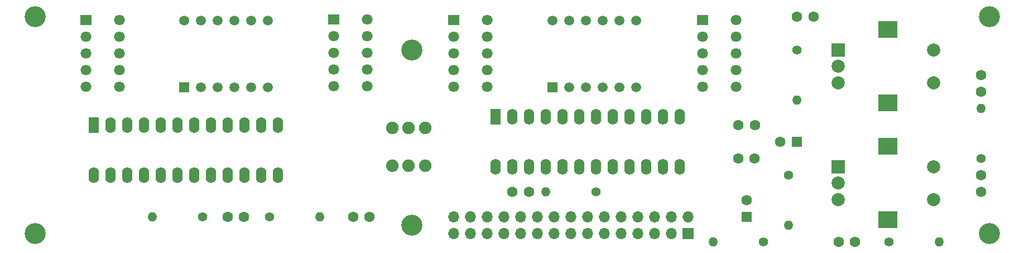
<source format=gbr>
%TF.GenerationSoftware,KiCad,Pcbnew,(5.1.9)-1*%
%TF.CreationDate,2021-09-19T21:33:38+01:00*%
%TF.ProjectId,Cesna_Radio_Stack,4365736e-615f-4526-9164-696f5f537461,rev?*%
%TF.SameCoordinates,Original*%
%TF.FileFunction,Soldermask,Bot*%
%TF.FilePolarity,Negative*%
%FSLAX46Y46*%
G04 Gerber Fmt 4.6, Leading zero omitted, Abs format (unit mm)*
G04 Created by KiCad (PCBNEW (5.1.9)-1) date 2021-09-19 21:33:38*
%MOMM*%
%LPD*%
G01*
G04 APERTURE LIST*
%ADD10C,1.900000*%
%ADD11O,1.700000X1.500000*%
%ADD12R,1.700000X1.500000*%
%ADD13C,3.200000*%
%ADD14R,1.500000X1.500000*%
%ADD15C,1.500000*%
%ADD16O,1.600000X2.400000*%
%ADD17R,1.600000X2.400000*%
%ADD18R,2.000000X2.000000*%
%ADD19C,2.000000*%
%ADD20R,3.000000X2.500000*%
%ADD21C,1.600000*%
%ADD22R,1.600000X1.600000*%
%ADD23O,1.400000X1.400000*%
%ADD24C,1.400000*%
%ADD25O,1.700000X1.700000*%
%ADD26R,1.700000X1.700000*%
G04 APERTURE END LIST*
D10*
%TO.C,SW1*%
X87202000Y-44873000D03*
X89702000Y-44873000D03*
X92202000Y-44873000D03*
X87202000Y-50673000D03*
X89702000Y-50673000D03*
X92202000Y-50673000D03*
%TD*%
D11*
%TO.C,U8*%
X139386000Y-28450300D03*
X139386000Y-30990300D03*
X139386000Y-33530300D03*
X139386000Y-36070300D03*
X139386000Y-38610300D03*
X134306000Y-38610300D03*
X134306000Y-36070300D03*
X134306000Y-33530300D03*
X134306000Y-30990300D03*
D12*
X134306000Y-28450300D03*
%TD*%
D11*
%TO.C,U6*%
X101667000Y-28450300D03*
X101667000Y-30990300D03*
X101667000Y-33530300D03*
X101667000Y-36070300D03*
X101667000Y-38610300D03*
X96587000Y-38610300D03*
X96587000Y-36070300D03*
X96587000Y-33530300D03*
X96587000Y-30990300D03*
D12*
X96587000Y-28450300D03*
%TD*%
D11*
%TO.C,U2*%
X45825100Y-28488400D03*
X45825100Y-31028400D03*
X45825100Y-33568400D03*
X45825100Y-36108400D03*
X45825100Y-38648400D03*
X40745100Y-38648400D03*
X40745100Y-36108400D03*
X40745100Y-33568400D03*
X40745100Y-31028400D03*
D12*
X40745100Y-28488400D03*
%TD*%
D11*
%TO.C,U4*%
X83442500Y-28412200D03*
X83442500Y-30952200D03*
X83442500Y-33492200D03*
X83442500Y-36032200D03*
X83442500Y-38572200D03*
X78362500Y-38572200D03*
X78362500Y-36032200D03*
X78362500Y-33492200D03*
X78362500Y-30952200D03*
D12*
X78362500Y-28412200D03*
%TD*%
D13*
%TO.C,H4*%
X90170000Y-59690000D03*
%TD*%
%TO.C,H3*%
X90170000Y-33020000D03*
%TD*%
%TO.C,H1*%
X33020000Y-27940000D03*
%TD*%
%TO.C,H2*%
X33020000Y-60960000D03*
%TD*%
%TO.C,H6*%
X177800000Y-60960000D03*
%TD*%
%TO.C,H5*%
X177800000Y-27940000D03*
%TD*%
D14*
%TO.C,U7*%
X111520000Y-38720000D03*
D15*
X114060000Y-38720000D03*
X116600000Y-38720000D03*
X119140000Y-38720000D03*
X121680000Y-38720000D03*
X124220000Y-38720000D03*
X124220000Y-28560000D03*
X121680000Y-28560000D03*
X119140000Y-28560000D03*
X116600000Y-28560000D03*
X114060000Y-28560000D03*
X111520000Y-28560000D03*
%TD*%
D16*
%TO.C,U5*%
X102870000Y-50800000D03*
X130810000Y-43180000D03*
X105410000Y-50800000D03*
X128270000Y-43180000D03*
X107950000Y-50800000D03*
X125730000Y-43180000D03*
X110490000Y-50800000D03*
X123190000Y-43180000D03*
X113030000Y-50800000D03*
X120650000Y-43180000D03*
X115570000Y-50800000D03*
X118110000Y-43180000D03*
X118110000Y-50800000D03*
X115570000Y-43180000D03*
X120650000Y-50800000D03*
X113030000Y-43180000D03*
X123190000Y-50800000D03*
X110490000Y-43180000D03*
X125730000Y-50800000D03*
X107950000Y-43180000D03*
X128270000Y-50800000D03*
X105410000Y-43180000D03*
X130810000Y-50800000D03*
D17*
X102870000Y-43180000D03*
%TD*%
D14*
%TO.C,U3*%
X55640000Y-38720000D03*
D15*
X58180000Y-38720000D03*
X60720000Y-38720000D03*
X63260000Y-38720000D03*
X65800000Y-38720000D03*
X68340000Y-38720000D03*
X68340000Y-28560000D03*
X65800000Y-28560000D03*
X63260000Y-28560000D03*
X60720000Y-28560000D03*
X58180000Y-28560000D03*
X55640000Y-28560000D03*
%TD*%
D18*
%TO.C,SW2*%
X154900000Y-33020000D03*
D19*
X154900000Y-35520000D03*
X154900000Y-38020000D03*
D20*
X162400000Y-29920000D03*
X162400000Y-41120000D03*
D19*
X169400000Y-33020000D03*
X169400000Y-38020000D03*
%TD*%
D21*
%TO.C,C7*%
X140970000Y-55920000D03*
D22*
X140970000Y-58420000D03*
%TD*%
D21*
%TO.C,C2*%
X105450000Y-54610000D03*
X107950000Y-54610000D03*
%TD*%
D16*
%TO.C,U1*%
X41910000Y-52070000D03*
X69850000Y-44450000D03*
X44450000Y-52070000D03*
X67310000Y-44450000D03*
X46990000Y-52070000D03*
X64770000Y-44450000D03*
X49530000Y-52070000D03*
X62230000Y-44450000D03*
X52070000Y-52070000D03*
X59690000Y-44450000D03*
X54610000Y-52070000D03*
X57150000Y-44450000D03*
X57150000Y-52070000D03*
X54610000Y-44450000D03*
X59690000Y-52070000D03*
X52070000Y-44450000D03*
X62230000Y-52070000D03*
X49530000Y-44450000D03*
X64770000Y-52070000D03*
X46990000Y-44450000D03*
X67310000Y-52070000D03*
X44450000Y-44450000D03*
X69850000Y-52070000D03*
D17*
X41910000Y-44450000D03*
%TD*%
D18*
%TO.C,SW3*%
X154900000Y-50800000D03*
D19*
X154900000Y-53300000D03*
X154900000Y-55800000D03*
D20*
X162400000Y-47700000D03*
X162400000Y-58900000D03*
D19*
X169400000Y-50800000D03*
X169400000Y-55800000D03*
%TD*%
D23*
%TO.C,R8*%
X170180000Y-62230000D03*
D24*
X162560000Y-62230000D03*
%TD*%
D23*
%TO.C,R7*%
X110490000Y-54610000D03*
D24*
X118110000Y-54610000D03*
%TD*%
D23*
%TO.C,R6*%
X76200000Y-58420000D03*
D24*
X68580000Y-58420000D03*
%TD*%
D23*
%TO.C,R5*%
X176530000Y-41910000D03*
D24*
X176530000Y-49530000D03*
%TD*%
D23*
%TO.C,R4*%
X135890000Y-62230000D03*
D24*
X143510000Y-62230000D03*
%TD*%
D23*
%TO.C,R3*%
X147320000Y-59690000D03*
D24*
X147320000Y-52070000D03*
%TD*%
D23*
%TO.C,R2*%
X148590000Y-40640000D03*
D24*
X148590000Y-33020000D03*
%TD*%
D23*
%TO.C,R1*%
X50800000Y-58420000D03*
D24*
X58420000Y-58420000D03*
%TD*%
D25*
%TO.C,J1*%
X96520000Y-58420000D03*
X96520000Y-60960000D03*
X99060000Y-58420000D03*
X99060000Y-60960000D03*
X101600000Y-58420000D03*
X101600000Y-60960000D03*
X104140000Y-58420000D03*
X104140000Y-60960000D03*
X106680000Y-58420000D03*
X106680000Y-60960000D03*
X109220000Y-58420000D03*
X109220000Y-60960000D03*
X111760000Y-58420000D03*
X111760000Y-60960000D03*
X114300000Y-58420000D03*
X114300000Y-60960000D03*
X116840000Y-58420000D03*
X116840000Y-60960000D03*
X119380000Y-58420000D03*
X119380000Y-60960000D03*
X121920000Y-58420000D03*
X121920000Y-60960000D03*
X124460000Y-58420000D03*
X124460000Y-60960000D03*
X127000000Y-58420000D03*
X127000000Y-60960000D03*
X129540000Y-58420000D03*
X129540000Y-60960000D03*
X132080000Y-58420000D03*
D26*
X132080000Y-60960000D03*
%TD*%
D21*
%TO.C,C11*%
X176530000Y-52110000D03*
X176530000Y-54610000D03*
%TD*%
%TO.C,C10*%
X62230000Y-58420000D03*
X64730000Y-58420000D03*
%TD*%
%TO.C,C9*%
X176530000Y-36870000D03*
X176530000Y-39370000D03*
%TD*%
%TO.C,C8*%
X157440000Y-62230000D03*
X154940000Y-62230000D03*
%TD*%
%TO.C,C6*%
X142200000Y-49530000D03*
X139700000Y-49530000D03*
%TD*%
%TO.C,C5*%
X139740000Y-44450000D03*
X142240000Y-44450000D03*
%TD*%
%TO.C,C4*%
X148630000Y-27940000D03*
X151130000Y-27940000D03*
%TD*%
%TO.C,C3*%
X83780000Y-58420000D03*
X81280000Y-58420000D03*
%TD*%
%TO.C,C1*%
X146090000Y-46990000D03*
D22*
X148590000Y-46990000D03*
%TD*%
M02*

</source>
